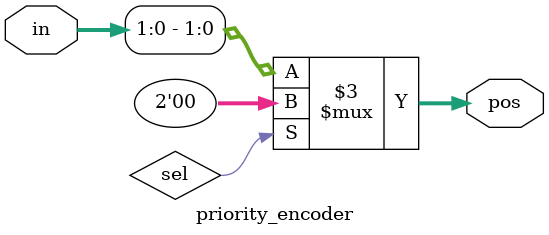
<source format=v>
module priority_encoder( 
input [2:0] in,
output reg [1:0] pos ); 
// When sel=1, assign b to out
always @(*) 
if(sel) 
pos = 2'b0; 
else pos = in; 
//assign pos = sel ? 3'b000 : in; 
endmodule

</source>
